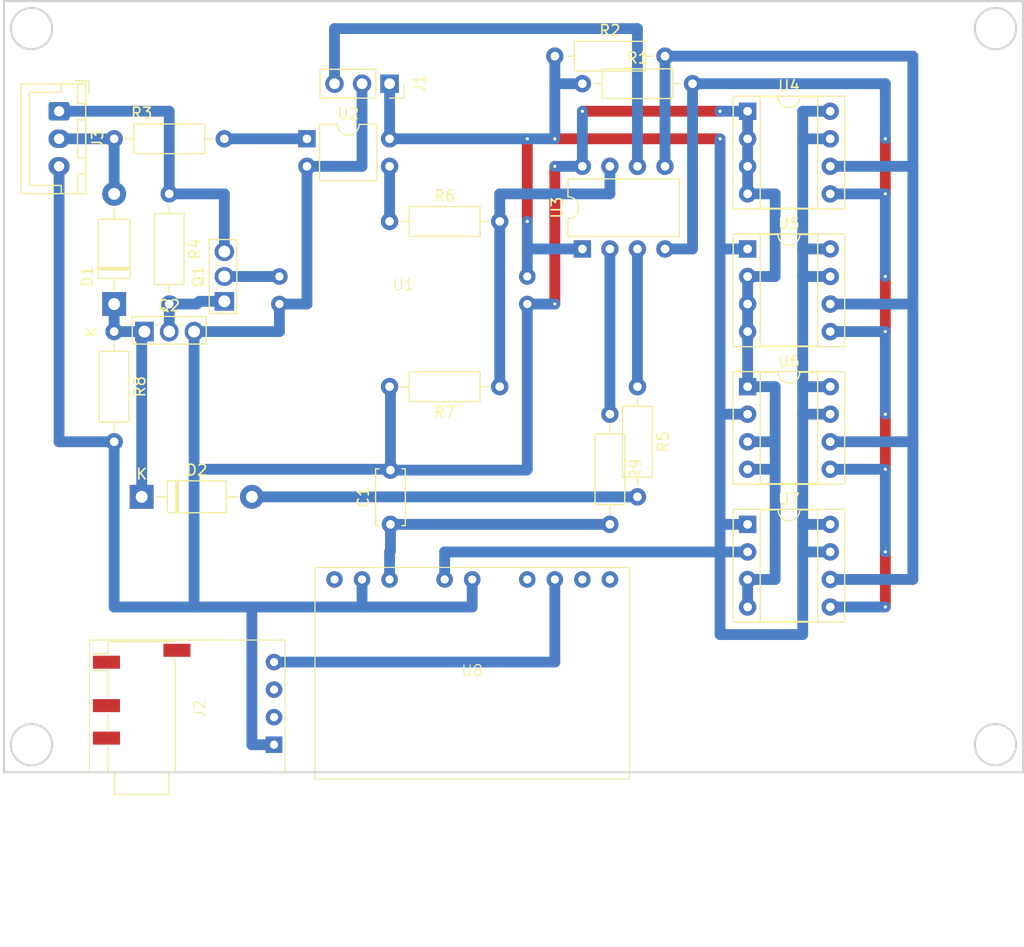
<source format=kicad_pcb>
(kicad_pcb (version 20240108) (generator "pcbnew") (generator_version "8.0")
  (layers (0 "F.Cu" signal) (31 "B.Cu" signal) (34 "B.Paste" user) (35 "F.Paste" user) (36 "B.SilkS" user "B.Silkscreen") (37 "F.SilkS" user "F.Silkscreen") (38 "B.Mask" user) (39 "F.Mask" user) (44 "Edge.Cuts" user))
  (net 0 "")
  (net 1 "Net-(U8-IN_L)")
  (net 2 "GND")
  (net 3 "Net-(D1-K)")
  (net 4 "+12V(ACC)")
  (net 5 "Net-(D2-A)")
  (net 6 "UPDI")
  (net 7 "Net-(U8-L_OUT+)")
  (net 9 "Net-(Q1-G)")
  (net 10 "+12V")
  (net 11 "+12V(B+)")
  (net 12 "SDA")
  (net 13 "+5V")
  (net 14 "SCL")
  (net 15 "Net-(R3-Pad2)")
  (net 16 "PWR_SW")
  (net 17 "ACC_SENSE")
  (net 18 "Net-(R6-Pad1)")
  (net 19 "WAVE")
  (footprint "Resistor_THT:R_Axial_DIN0207_L6.3mm_D2.5mm_P10.16mm_Horizontal" (layer "F.Cu") (at 78.74 33.02)
    (property "Reference" "R1" (at 5.08 -2.37 0) (layer "F.SilkS"))
    (property "Value" "4.7k")
    (fp_line (start 1.04 0) (end 1.81 0) (stroke (width 0.12)) (layer "F.SilkS"))
    (fp_line (start 1.81 -1.37) (end 1.81 1.37) (stroke (width 0.12)) (layer "F.SilkS"))
    (fp_line (start 1.81 1.37) (end 8.35 1.37) (stroke (width 0.12)) (layer "F.SilkS"))
    (fp_line (start 8.35 -1.37) (end 1.81 -1.37) (stroke (width 0.12)) (layer "F.SilkS"))
    (fp_line (start 8.35 1.37) (end 8.35 -1.37) (stroke (width 0.12)) (layer "F.SilkS"))
    (fp_line (start 9.12 0) (end 8.35 0) (stroke (width 0.12)) (layer "F.SilkS"))
    (pad "1" thru_hole circle (at 0 0) (size 1.6 1.6) (drill 0.8) (layers "*.Cu" "*.Mask") (net 13 "+5V"))
    (pad "2" thru_hole oval (at 10.16 0) (size 1.6 1.6) (drill 0.8) (layers "*.Cu" "*.Mask") (net 12 "SDA"))
  )
  (footprint "Connector_PinSocket_2.54mm:PinSocket_1x03_P2.54mm_Vertical" (layer "F.Cu") (at 60.96 33.02 -90)
    (property "Reference" "J1" (at 0 -2.77 90) (layer "F.SilkS"))
    (property "Value" "Conn_01x03_Socket")
    (fp_line (start -1.33 6.41) (end 1.33 6.41) (stroke (width 0.12)) (layer "F.SilkS"))
    (fp_line (start -1.33 1.27) (end -1.33 6.41) (stroke (width 0.12)) (layer "F.SilkS"))
    (fp_line (start -1.33 1.27) (end 1.33 1.27) (stroke (width 0.12)) (layer "F.SilkS"))
    (fp_line (start 1.33 1.27) (end 1.33 6.41) (stroke (width 0.12)) (layer "F.SilkS"))
    (fp_line (start 0 -1.33) (end 1.33 -1.33) (stroke (width 0.12)) (layer "F.SilkS"))
    (fp_line (start 1.33 -1.33) (end 1.33 0) (stroke (width 0.12)) (layer "F.SilkS"))
    (pad "1" thru_hole rect (at 0 0 270) (size 1.7 1.7) (drill 1) (layers "*.Cu" "*.Mask") (net 13 "+5V"))
    (pad "2" thru_hole oval (at 0 2.54 270) (size 1.7 1.7) (drill 1) (layers "*.Cu" "*.Mask") (net 2 "GND"))
    (pad "3" thru_hole oval (at 0 5.08 270) (size 1.7 1.7) (drill 1) (layers "*.Cu" "*.Mask") (net 6 "UPDI"))
  )
  (footprint "Package_DIP:DIP-4_W7.62mm" (layer "F.Cu") (at 53.34 38.1)
    (property "Reference" "U2" (at 3.81 -2.33 0) (layer "F.SilkS"))
    (property "Value" "TLP785")
    (fp_line (start 1.16 -1.33) (end 1.16 3.87) (stroke (width 0.12)) (layer "F.SilkS"))
    (fp_line (start 1.16 3.87) (end 6.46 3.87) (stroke (width 0.12)) (layer "F.SilkS"))
    (fp_line (start 2.81 -1.33) (end 1.16 -1.33) (stroke (width 0.12)) (layer "F.SilkS"))
    (fp_line (start 6.46 -1.33) (end 4.81 -1.33) (stroke (width 0.12)) (layer "F.SilkS"))
    (fp_line (start 6.46 3.87) (end 6.46 -1.33) (stroke (width 0.12)) (layer "F.SilkS"))
    (fp_arc (start 4.81 -1.33) (mid 3.81 -0.33) (end 2.81 -1.33) (stroke (width 0.12)) (layer "F.SilkS"))
    (pad "1" thru_hole rect (at 0 0) (size 1.6 1.6) (drill 0.8) (layers "*.Cu" "*.Mask") (net 15 "Net-(R3-Pad2)"))
    (pad "2" thru_hole oval (at 0 2.54) (size 1.6 1.6) (drill 0.8) (layers "*.Cu" "*.Mask") (net 2 "GND"))
    (pad "3" thru_hole oval (at 7.62 2.54) (size 1.6 1.6) (drill 0.8) (layers "*.Cu" "*.Mask") (net 18 "Net-(R6-Pad1)"))
    (pad "4" thru_hole oval (at 7.62 0) (size 1.6 1.6) (drill 0.8) (layers "*.Cu" "*.Mask") (net 13 "+5V"))
  )
  (footprint "Resistor_THT:R_Axial_DIN0207_L6.3mm_D2.5mm_P10.16mm_Horizontal" (layer "F.Cu") (at 71.12 60.96 180)
    (property "Reference" "R7" (at 5.08 -2.37 0) (layer "F.SilkS"))
    (property "Value" "10k")
    (fp_line (start 9.12 0) (end 8.35 0) (stroke (width 0.12)) (layer "F.SilkS"))
    (fp_line (start 8.35 1.37) (end 8.35 -1.37) (stroke (width 0.12)) (layer "F.SilkS"))
    (fp_line (start 8.35 -1.37) (end 1.81 -1.37) (stroke (width 0.12)) (layer "F.SilkS"))
    (fp_line (start 1.81 1.37) (end 8.35 1.37) (stroke (width 0.12)) (layer "F.SilkS"))
    (fp_line (start 1.81 -1.37) (end 1.81 1.37) (stroke (width 0.12)) (layer "F.SilkS"))
    (fp_line (start 1.04 0) (end 1.81 0) (stroke (width 0.12)) (layer "F.SilkS"))
    (pad "1" thru_hole circle (at 0 0 180) (size 1.6 1.6) (drill 0.8) (layers "*.Cu" "*.Mask") (net 17 "ACC_SENSE"))
    (pad "2" thru_hole oval (at 10.16 0 180) (size 1.6 1.6) (drill 0.8) (layers "*.Cu" "*.Mask") (net 2 "GND"))
  )
  (footprint "DMCLIB:TRRS_Breakout" (layer "F.Cu") (at 38.364 90.678 90)
    (property "Reference" "J2" (at 0 5.08 90) (layer "F.SilkS") (effects (font (thickness 0.1))))
    (property "Value" "AudioJack4")
    (fp_line (start 6.35 -5.08) (end 6.35 12.954) (stroke (width 0.1)) (layer "F.SilkS"))
    (fp_line (start -5.842 -5.08) (end 6.35 -5.08) (stroke (width 0.1)) (layer "F.SilkS"))
    (fp_line (start 5.08 -3.364) (end 5.08 -4.764) (stroke (width 0.12)) (layer "F.SilkS"))
    (fp_line (start 5.08 -3.364) (end 6.205 -3.364) (stroke (width 0.12)) (layer "F.SilkS"))
    (fp_line (start 3.53 -3.364) (end 3.53 -4.764) (stroke (width 0.12)) (layer "F.SilkS"))
    (fp_line (start 1.13 -3.364) (end 3.53 -3.364) (stroke (width 0.12)) (layer "F.SilkS"))
    (fp_line (start -1.87 -3.364) (end -0.52 -3.364) (stroke (width 0.12)) (layer "F.SilkS"))
    (fp_line (start -5.895 -3.364) (end -3.52 -3.364) (stroke (width 0.12)) (layer "F.SilkS"))
    (fp_line (start -5.895 -3.364) (end -5.895 -2.764) (stroke (width 0.12)) (layer "F.SilkS"))
    (fp_line (start -5.895 -2.764) (end -7.895 -2.764) (stroke (width 0.12)) (layer "F.SilkS"))
    (fp_line (start -7.895 -2.764) (end -7.895 2.236) (stroke (width 0.12)) (layer "F.SilkS"))
    (fp_line (start -5.895 2.236) (end -7.895 2.236) (stroke (width 0.12)) (layer "F.SilkS"))
    (fp_line (start -5.895 2.236) (end -5.895 2.836) (stroke (width 0.12)) (layer "F.SilkS"))
    (fp_line (start 6.205 2.836) (end 6.205 -3.364) (stroke (width 0.12)) (layer "F.SilkS"))
    (fp_line (start 4.63 2.836) (end -5.895 2.836) (stroke (width 0.12)) (layer "F.SilkS"))
    (fp_line (start 6.35 12.954) (end -5.842 12.954) (stroke (width 0.1)) (layer "F.SilkS"))
    (fp_line (start -5.842 12.954) (end -5.842 -5.08) (stroke (width 0.1)) (layer "F.SilkS"))
    (pad "" np_thru_hole circle (at -4.295 -0.264 90) (size 1.5 1.5) (drill 1.5) (layers "*.Cu" "*.Mask"))
    (pad "" smd rect (at -2.695 -3.514 90) (size 1.2 2.5) (layers "F.Cu" "F.Paste" "F.Mask"))
    (pad "" smd rect (at 0.305 -3.514 90) (size 1.2 2.5) (layers "F.Cu" "F.Paste" "F.Mask"))
    (pad "" np_thru_hole circle (at 2.705 -0.264 90) (size 1.5 1.5) (drill 1.5) (layers "*.Cu" "*.Mask"))
    (pad "" smd rect (at 4.305 -3.514 90) (size 1.2 2.5) (layers "F.Cu" "F.Paste" "F.Mask"))
    (pad "" smd rect (at 5.405 2.986 90) (size 1.2 2.5) (layers "F.Cu" "F.Paste" "F.Mask"))
    (pad "R1" thru_hole circle (at 1.778 11.938 90) (size 1.524 1.524) (drill 0.762) (layers "*.Cu" "*.Mask"))
    (pad "R2" thru_hole circle (at -0.762 11.938 90) (size 1.524 1.524) (drill 0.762) (layers "*.Cu" "*.Mask"))
    (pad "S" thru_hole rect (at -3.302 11.938 90) (size 1.524 1.524) (drill 0.762) (layers "*.Cu" "*.Mask") (net 2 "GND"))
    (pad "T" thru_hole circle (at 4.318 11.938 90) (size 1.524 1.524) (drill 0.762) (layers "*.Cu" "*.Mask") (net 7 "Net-(U8-L_OUT+)"))
  )
  (footprint "Capacitor_THT:C_Disc_D5.0mm_W2.5mm_P5.00mm" (layer "F.Cu") (at 61.04 73.66 90)
    (property "Reference" "C1" (at 2.5 -2.5 90) (layer "F.SilkS"))
    (property "Value" "0.33u")
    (fp_line (start 5.12 -1.37) (end 5.12 -1.055) (stroke (width 0.12)) (layer "F.SilkS"))
    (fp_line (start -0.12 -1.37) (end 5.12 -1.37) (stroke (width 0.12)) (layer "F.SilkS"))
    (fp_line (start -0.12 -1.37) (end -0.12 -1.055) (stroke (width 0.12)) (layer "F.SilkS"))
    (fp_line (start 5.12 1.055) (end 5.12 1.37) (stroke (width 0.12)) (layer "F.SilkS"))
    (fp_line (start -0.12 1.055) (end -0.12 1.37) (stroke (width 0.12)) (layer "F.SilkS"))
    (fp_line (start -0.12 1.37) (end 5.12 1.37) (stroke (width 0.12)) (layer "F.SilkS"))
    (pad "1" thru_hole circle (at 0 0 90) (size 1.6 1.6) (drill 0.8) (layers "*.Cu" "*.Mask") (net 1 "Net-(U8-IN_L)"))
    (pad "2" thru_hole circle (at 5 0 90) (size 1.6 1.6) (drill 0.8) (layers "*.Cu" "*.Mask") (net 2 "GND"))
  )
  (footprint "Package_DIP:DIP-8_W7.62mm_Socket" (layer "F.Cu") (at 93.98 73.66)
    (property "Reference" "U7" (at 3.81 -2.33 0) (layer "F.SilkS"))
    (property "Value" "24LC512")
    (fp_line (start -1.33 -1.39) (end -1.33 9.01) (stroke (width 0.12)) (layer "F.SilkS"))
    (fp_line (start -1.33 9.01) (end 8.95 9.01) (stroke (width 0.12)) (layer "F.SilkS"))
    (fp_line (start 1.16 -1.33) (end 1.16 8.95) (stroke (width 0.12)) (layer "F.SilkS"))
    (fp_line (start 1.16 8.95) (end 6.46 8.95) (stroke (width 0.12)) (layer "F.SilkS"))
    (fp_line (start 2.81 -1.33) (end 1.16 -1.33) (stroke (width 0.12)) (layer "F.SilkS"))
    (fp_line (start 6.46 -1.33) (end 4.81 -1.33) (stroke (width 0.12)) (layer "F.SilkS"))
    (fp_line (start 6.46 8.95) (end 6.46 -1.33) (stroke (width 0.12)) (layer "F.SilkS"))
    (fp_line (start 8.95 -1.39) (end -1.33 -1.39) (stroke (width 0.12)) (layer "F.SilkS"))
    (fp_line (start 8.95 9.01) (end 8.95 -1.39) (stroke (width 0.12)) (layer "F.SilkS"))
    (fp_arc (start 4.81 -1.33) (mid 3.81 -0.33) (end 2.81 -1.33) (stroke (width 0.12)) (layer "F.SilkS"))
    (pad "1" thru_hole rect (at 0 0) (size 1.6 1.6) (drill 0.8) (layers "*.Cu" "*.Mask") (net 13 "+5V"))
    (pad "2" thru_hole oval (at 0 2.54) (size 1.6 1.6) (drill 0.8) (layers "*.Cu" "*.Mask") (net 13 "+5V"))
    (pad "3" thru_hole oval (at 0 5.08) (size 1.6 1.6) (drill 0.8) (layers "*.Cu" "*.Mask") (net 2 "GND"))
    (pad "4" thru_hole oval (at 0 7.62) (size 1.6 1.6) (drill 0.8) (layers "*.Cu" "*.Mask") (net 2 "GND"))
    (pad "5" thru_hole oval (at 7.62 7.62) (size 1.6 1.6) (drill 0.8) (layers "*.Cu" "*.Mask") (net 12 "SDA"))
    (pad "6" thru_hole oval (at 7.62 5.08) (size 1.6 1.6) (drill 0.8) (layers "*.Cu" "*.Mask") (net 14 "SCL"))
    (pad "7" thru_hole oval (at 7.62 2.54) (size 1.6 1.6) (drill 0.8) (layers "*.Cu" "*.Mask") (net 13 "+5V"))
    (pad "8" thru_hole oval (at 7.62 0) (size 1.6 1.6) (drill 0.8) (layers "*.Cu" "*.Mask") (net 13 "+5V"))
  )
  (footprint "DMCLIB:AMP_PAM8403_Volume" (layer "F.Cu") (at 68.58 87.63)
    (property "Reference" "U8" (at 0 -0.5 0) (layer "F.SilkS") (effects (font (thickness 0.1))))
    (property "Value" "AMP_PAM8403_Volume")
    (fp_line (start -14.5 -10) (end 14.5 -10) (stroke (width 0.1)) (layer "F.SilkS"))
    (fp_line (start -14.5 9.5) (end -14.5 -10) (stroke (width 0.1)) (layer "F.SilkS"))
    (fp_line (start 14.5 -10) (end 14.5 9.5) (stroke (width 0.1)) (layer "F.SilkS"))
    (fp_line (start 14.5 9.5) (end -14.5 9.5) (stroke (width 0.1)) (layer "F.SilkS"))
    (pad "1" thru_hole circle (at -12.7 -8.89) (size 1.524 1.524) (drill 0.762) (layers "*.Cu" "*.Mask"))
    (pad "2" thru_hole circle (at -10.16 -8.89) (size 1.524 1.524) (drill 0.762) (layers "*.Cu" "*.Mask") (net 2 "GND"))
    (pad "3" thru_hole circle (at -7.62 -8.89) (size 1.524 1.524) (drill 0.762) (layers "*.Cu" "*.Mask") (net 1 "Net-(U8-IN_L)"))
    (pad "4" thru_hole circle (at -2.54 -8.89) (size 1.524 1.524) (drill 0.762) (layers "*.Cu" "*.Mask") (net 13 "+5V"))
    (pad "5" thru_hole circle (at 0 -8.89) (size 1.524 1.524) (drill 0.762) (layers "*.Cu" "*.Mask") (net 2 "GND"))
    (pad "6" thru_hole circle (at 5.08 -8.89) (size 1.524 1.524) (drill 0.762) (layers "*.Cu" "*.Mask"))
    (pad "7" thru_hole circle (at 7.62 -8.89) (size 1.524 1.524) (drill 0.762) (layers "*.Cu" "*.Mask") (net 7 "Net-(U8-L_OUT+)"))
    (pad "8" thru_hole circle (at 10.16 -8.89) (size 1.524 1.524) (drill 0.762) (layers "*.Cu" "*.Mask"))
    (pad "9" thru_hole circle (at 12.7 -8.89) (size 1.524 1.524) (drill 0.762) (layers "*.Cu" "*.Mask"))
  )
  (footprint "Diode_THT:D_DO-41_SOD81_P10.16mm_Horizontal" (layer "F.Cu") (at 38.1 71.12)
    (property "Reference" "D2" (at 5.08 -2.47 0) (layer "F.SilkS"))
    (property "Value" "1N4001")
    (fp_line (start 1.34 0) (end 2.36 0) (stroke (width 0.12)) (layer "F.SilkS"))
    (fp_line (start 2.36 -1.47) (end 2.36 1.47) (stroke (width 0.12)) (layer "F.SilkS"))
    (fp_line (start 2.36 1.47) (end 7.8 1.47) (stroke (width 0.12)) (layer "F.SilkS"))
    (fp_line (start 3.14 -1.47) (end 3.14 1.47) (stroke (width 0.12)) (layer "F.SilkS"))
    (fp_line (start 3.26 -1.47) (end 3.26 1.47) (stroke (width 0.12)) (layer "F.SilkS"))
    (fp_line (start 3.38 -1.47) (end 3.38 1.47) (stroke (width 0.12)) (layer "F.SilkS"))
    (fp_line (start 7.8 -1.47) (end 2.36 -1.47) (stroke (width 0.12)) (layer "F.SilkS"))
    (fp_line (start 7.8 1.47) (end 7.8 -1.47) (stroke (width 0.12)) (layer "F.SilkS"))
    (fp_line (start 8.82 0) (end 7.8 0) (stroke (width 0.12)) (layer "F.SilkS"))
    (fp_text user "K" (at 0 -2.1 0) (layer "F.SilkS"))
    (pad "1" thru_hole rect (at 0 0) (size 2.2 2.2) (drill 1.1) (layers "*.Cu" "*.Mask") (net 3 "Net-(D1-K)"))
    (pad "2" thru_hole oval (at 10.16 0) (size 2.2 2.2) (drill 1.1) (layers "*.Cu" "*.Mask") (net 5 "Net-(D2-A)"))
  )
  (footprint "Package_DIP:DIP-8_W7.62mm_Socket" (layer "F.Cu") (at 93.98 35.56)
    (property "Reference" "U4" (at 3.81 -2.33 0) (layer "F.SilkS"))
    (property "Value" "24LC512")
    (fp_line (start -1.33 -1.39) (end -1.33 9.01) (stroke (width 0.12)) (layer "F.SilkS"))
    (fp_line (start -1.33 9.01) (end 8.95 9.01) (stroke (width 0.12)) (layer "F.SilkS"))
    (fp_line (start 1.16 -1.33) (end 1.16 8.95) (stroke (width 0.12)) (layer "F.SilkS"))
    (fp_line (start 1.16 8.95) (end 6.46 8.95) (stroke (width 0.12)) (layer "F.SilkS"))
    (fp_line (start 2.81 -1.33) (end 1.16 -1.33) (stroke (width 0.12)) (layer "F.SilkS"))
    (fp_line (start 6.46 -1.33) (end 4.81 -1.33) (stroke (width 0.12)) (layer "F.SilkS"))
    (fp_line (start 6.46 8.95) (end 6.46 -1.33) (stroke (width 0.12)) (layer "F.SilkS"))
    (fp_line (start 8.95 -1.39) (end -1.33 -1.39) (stroke (width 0.12)) (layer "F.SilkS"))
    (fp_line (start 8.95 9.01) (end 8.95 -1.39) (stroke (width 0.12)) (layer "F.SilkS"))
    (fp_arc (start 4.81 -1.33) (mid 3.81 -0.33) (end 2.81 -1.33) (stroke (width 0.12)) (layer "F.SilkS"))
    (pad "1" thru_hole rect (at 0 0) (size 1.6 1.6) (drill 0.8) (layers "*.Cu" "*.Mask") (net 2 "GND"))
    (pad "2" thru_hole oval (at 0 2.54) (size 1.6 1.6) (drill 0.8) (layers "*.Cu" "*.Mask") (net 2 "GND"))
    (pad "3" thru_hole oval (at 0 5.08) (size 1.6 1.6) (drill 0.8) (layers "*.Cu" "*.Mask") (net 2 "GND"))
    (pad "4" thru_hole oval (at 0 7.62) (size 1.6 1.6) (drill 0.8) (layers "*.Cu" "*.Mask") (net 2 "GND"))
    (pad "5" thru_hole oval (at 7.62 7.62) (size 1.6 1.6) (drill 0.8) (layers "*.Cu" "*.Mask") (net 12 "SDA"))
    (pad "6" thru_hole oval (at 7.62 5.08) (size 1.6 1.6) (drill 0.8) (layers "*.Cu" "*.Mask") (net 14 "SCL"))
    (pad "7" thru_hole oval (at 7.62 2.54) (size 1.6 1.6) (drill 0.8) (layers "*.Cu" "*.Mask") (net 13 "+5V"))
    (pad "8" thru_hole oval (at 7.62 0) (size 1.6 1.6) (drill 0.8) (layers "*.Cu" "*.Mask") (net 13 "+5V"))
  )
  (footprint "Package_DIP:DIP-8_W7.62mm_Socket" (layer "F.Cu") (at 93.98 60.96)
    (property "Reference" "U6" (at 3.81 -2.33 0) (layer "F.SilkS"))
    (property "Value" "24LC512")
    (fp_line (start -1.33 -1.39) (end -1.33 9.01) (stroke (width 0.12)) (layer "F.SilkS"))
    (fp_line (start -1.33 9.01) (end 8.95 9.01) (stroke (width 0.12)) (layer "F.SilkS"))
    (fp_line (start 1.16 -1.33) (end 1.16 8.95) (stroke (width 0.12)) (layer "F.SilkS"))
    (fp_line (start 1.16 8.95) (end 6.46 8.95) (stroke (width 0.12)) (layer "F.SilkS"))
    (fp_line (start 2.81 -1.33) (end 1.16 -1.33) (stroke (width 0.12)) (layer "F.SilkS"))
    (fp_line (start 6.46 -1.33) (end 4.81 -1.33) (stroke (width 0.12)) (layer "F.SilkS"))
    (fp_line (start 6.46 8.95) (end 6.46 -1.33) (stroke (width 0.12)) (layer "F.SilkS"))
    (fp_line (start 8.95 -1.39) (end -1.33 -1.39) (stroke (width 0.12)) (layer "F.SilkS"))
    (fp_line (start 8.95 9.01) (end 8.95 -1.39) (stroke (width 0.12)) (layer "F.SilkS"))
    (fp_arc (start 4.81 -1.33) (mid 3.81 -0.33) (end 2.81 -1.33) (stroke (width 0.12)) (layer "F.SilkS"))
    (pad "1" thru_hole rect (at 0 0) (size 1.6 1.6) (drill 0.8) (layers "*.Cu" "*.Mask") (net 2 "GND"))
    (pad "2" thru_hole oval (at 0 2.54) (size 1.6 1.6) (drill 0.8) (layers "*.Cu" "*.Mask") (net 13 "+5V"))
    (pad "3" thru_hole oval (at 0 5.08) (size 1.6 1.6) (drill 0.8) (layers "*.Cu" "*.Mask") (net 2 "GND"))
    (pad "4" thru_hole oval (at 0 7.62) (size 1.6 1.6) (drill 0.8) (layers "*.Cu" "*.Mask") (net 2 "GND"))
    (pad "5" thru_hole oval (at 7.62 7.62) (size 1.6 1.6) (drill 0.8) (layers "*.Cu" "*.Mask") (net 12 "SDA"))
    (pad "6" thru_hole oval (at 7.62 5.08) (size 1.6 1.6) (drill 0.8) (layers "*.Cu" "*.Mask") (net 14 "SCL"))
    (pad "7" thru_hole oval (at 7.62 2.54) (size 1.6 1.6) (drill 0.8) (layers "*.Cu" "*.Mask") (net 13 "+5V"))
    (pad "8" thru_hole oval (at 7.62 0) (size 1.6 1.6) (drill 0.8) (layers "*.Cu" "*.Mask") (net 13 "+5V"))
  )
  (footprint "Resistor_THT:R_Axial_DIN0207_L6.3mm_D2.5mm_P10.16mm_Horizontal" (layer "F.Cu") (at 83.82 60.96 -90)
    (property "Reference" "R5" (at 5.08 -2.37 90) (layer "F.SilkS"))
    (property "Value" "1k")
    (fp_line (start 1.81 1.37) (end 8.35 1.37) (stroke (width 0.12)) (layer "F.SilkS"))
    (fp_line (start 8.35 1.37) (end 8.35 -1.37) (stroke (width 0.12)) (layer "F.SilkS"))
    (fp_line (start 1.04 0) (end 1.81 0) (stroke (width 0.12)) (layer "F.SilkS"))
    (fp_line (start 9.12 0) (end 8.35 0) (stroke (width 0.12)) (layer "F.SilkS"))
    (fp_line (start 1.81 -1.37) (end 1.81 1.37) (stroke (width 0.12)) (layer "F.SilkS"))
    (fp_line (start 8.35 -1.37) (end 1.81 -1.37) (stroke (width 0.12)) (layer "F.SilkS"))
    (pad "1" thru_hole circle (at 0 0 270) (size 1.6 1.6) (drill 0.8) (layers "*.Cu" "*.Mask") (net 16 "PWR_SW"))
    (pad "2" thru_hole oval (at 10.16 0 270) (size 1.6 1.6) (drill 0.8) (layers "*.Cu" "*.Mask") (net 5 "Net-(D2-A)"))
  )
  (footprint "Package_DIP:DIP-8_W7.62mm_Socket" (layer "F.Cu") (at 93.98 48.26)
    (property "Reference" "U5" (at 3.81 -2.33 0) (layer "F.SilkS"))
    (property "Value" "24LC512")
    (fp_line (start -1.33 -1.39) (end -1.33 9.01) (stroke (width 0.12)) (layer "F.SilkS"))
    (fp_line (start -1.33 9.01) (end 8.95 9.01) (stroke (width 0.12)) (layer "F.SilkS"))
    (fp_line (start 1.16 -1.33) (end 1.16 8.95) (stroke (width 0.12)) (layer "F.SilkS"))
    (fp_line (start 1.16 8.95) (end 6.46 8.95) (stroke (width 0.12)) (layer "F.SilkS"))
    (fp_line (start 2.81 -1.33) (end 1.16 -1.33) (stroke (width 0.12)) (layer "F.SilkS"))
    (fp_line (start 6.46 -1.33) (end 4.81 -1.33) (stroke (width 0.12)) (layer "F.SilkS"))
    (fp_line (start 6.46 8.95) (end 6.46 -1.33) (stroke (width 0.12)) (layer "F.SilkS"))
    (fp_line (start 8.95 -1.39) (end -1.33 -1.39) (stroke (width 0.12)) (layer "F.SilkS"))
    (fp_line (start 8.95 9.01) (end 8.95 -1.39) (stroke (width 0.12)) (layer "F.SilkS"))
    (fp_arc (start 4.81 -1.33) (mid 3.81 -0.33) (end 2.81 -1.33) (stroke (width 0.12)) (layer "F.SilkS"))
    (pad "1" thru_hole rect (at 0 0) (size 1.6 1.6) (drill 0.8) (layers "*.Cu" "*.Mask") (net 13 "+5V"))
    (pad "2" thru_hole oval (at 0 2.54) (size 1.6 1.6) (drill 0.8) (layers "*.Cu" "*.Mask") (net 2 "GND"))
    (pad "3" thru_hole oval (at 0 5.08) (size 1.6 1.6) (drill 0.8) (layers "*.Cu" "*.Mask") (net 2 "GND"))
    (pad "4" thru_hole oval (at 0 7.62) (size 1.6 1.6) (drill 0.8) (layers "*.Cu" "*.Mask") (net 2 "GND"))
    (pad "5" thru_hole oval (at 7.62 7.62) (size 1.6 1.6) (drill 0.8) (layers "*.Cu" "*.Mask") (net 12 "SDA"))
    (pad "6" thru_hole oval (at 7.62 5.08) (size 1.6 1.6) (drill 0.8) (layers "*.Cu" "*.Mask") (net 14 "SCL"))
    (pad "7" thru_hole oval (at 7.62 2.54) (size 1.6 1.6) (drill 0.8) (layers "*.Cu" "*.Mask") (net 13 "+5V"))
    (pad "8" thru_hole oval (at 7.62 0) (size 1.6 1.6) (drill 0.8) (layers "*.Cu" "*.Mask") (net 13 "+5V"))
  )
  (footprint "Resistor_THT:R_Axial_DIN0207_L6.3mm_D2.5mm_P10.16mm_Horizontal" (layer "F.Cu") (at 60.96 45.72)
    (property "Reference" "R6" (at 5.08 -2.37 0) (layer "F.SilkS"))
    (property "Value" "1k")
    (fp_line (start 1.04 0) (end 1.81 0) (stroke (width 0.12)) (layer "F.SilkS"))
    (fp_line (start 1.81 -1.37) (end 1.81 1.37) (stroke (width 0.12)) (layer "F.SilkS"))
    (fp_line (start 1.81 1.37) (end 8.35 1.37) (stroke (width 0.12)) (layer "F.SilkS"))
    (fp_line (start 8.35 -1.37) (end 1.81 -1.37) (stroke (width 0.12)) (layer "F.SilkS"))
    (fp_line (start 8.35 1.37) (end 8.35 -1.37) (stroke (width 0.12)) (layer "F.SilkS"))
    (fp_line (start 9.12 0) (end 8.35 0) (stroke (width 0.12)) (layer "F.SilkS"))
    (pad "1" thru_hole circle (at 0 0) (size 1.6 1.6) (drill 0.8) (layers "*.Cu" "*.Mask") (net 18 "Net-(R6-Pad1)"))
    (pad "2" thru_hole oval (at 10.16 0) (size 1.6 1.6) (drill 0.8) (layers "*.Cu" "*.Mask") (net 17 "ACC_SENSE"))
  )
  (footprint "Package_DIP:DIP-8_W7.62mm" (layer "F.Cu") (at 78.74 48.26 90)
    (property "Reference" "U3" (at 3.81 -2.33 90) (layer "F.SilkS"))
    (property "Value" "ATtiny202-SS")
    (fp_line (start 6.46 -1.33) (end 4.81 -1.33) (stroke (width 0.12)) (layer "F.SilkS"))
    (fp_line (start 2.81 -1.33) (end 1.16 -1.33) (stroke (width 0.12)) (layer "F.SilkS"))
    (fp_line (start 1.16 -1.33) (end 1.16 8.95) (stroke (width 0.12)) (layer "F.SilkS"))
    (fp_line (start 6.46 8.95) (end 6.46 -1.33) (stroke (width 0.12)) (layer "F.SilkS"))
    (fp_line (start 1.16 8.95) (end 6.46 8.95) (stroke (width 0.12)) (layer "F.SilkS"))
    (fp_arc (start 4.81 -1.33) (mid 3.81 -0.33) (end 2.81 -1.33) (stroke (width 0.12)) (layer "F.SilkS"))
    (pad "1" thru_hole rect (at 0 0 90) (size 1.6 1.6) (drill 0.8) (layers "*.Cu" "*.Mask") (net 13 "+5V"))
    (pad "2" thru_hole oval (at 0 2.54 90) (size 1.6 1.6) (drill 0.8) (layers "*.Cu" "*.Mask") (net 19 "WAVE"))
    (pad "3" thru_hole oval (at 0 5.08 90) (size 1.6 1.6) (drill 0.8) (layers "*.Cu" "*.Mask") (net 16 "PWR_SW"))
    (pad "4" thru_hole oval (at 0 7.62 90) (size 1.6 1.6) (drill 0.8) (layers "*.Cu" "*.Mask") (net 12 "SDA"))
    (pad "5" thru_hole oval (at 7.62 7.62 90) (size 1.6 1.6) (drill 0.8) (layers "*.Cu" "*.Mask") (net 14 "SCL"))
    (pad "6" thru_hole oval (at 7.62 5.08 90) (size 1.6 1.6) (drill 0.8) (layers "*.Cu" "*.Mask") (net 6 "UPDI"))
    (pad "7" thru_hole oval (at 7.62 2.54 90) (size 1.6 1.6) (drill 0.8) (layers "*.Cu" "*.Mask") (net 17 "ACC_SENSE"))
    (pad "8" thru_hole oval (at 7.62 0 90) (size 1.6 1.6) (drill 0.8) (layers "*.Cu" "*.Mask") (net 2 "GND"))
  )
  (footprint "Resistor_THT:R_Axial_DIN0207_L6.3mm_D2.5mm_P10.16mm_Horizontal" (layer "F.Cu") (at 35.56 55.88 -90)
    (property "Reference" "R8" (at 5.08 -2.37 90) (layer "F.SilkS"))
    (property "Value" "10k")
    (fp_line (start 1.81 1.37) (end 8.35 1.37) (stroke (width 0.12)) (layer "F.SilkS"))
    (fp_line (start 8.35 1.37) (end 8.35 -1.37) (stroke (width 0.12)) (layer "F.SilkS"))
    (fp_line (start 1.04 0) (end 1.81 0) (stroke (width 0.12)) (layer "F.SilkS"))
    (fp_line (start 9.12 0) (end 8.35 0) (stroke (width 0.12)) (layer "F.SilkS"))
    (fp_line (start 1.81 -1.37) (end 1.81 1.37) (stroke (width 0.12)) (layer "F.SilkS"))
    (fp_line (start 8.35 -1.37) (end 1.81 -1.37) (stroke (width 0.12)) (layer "F.SilkS"))
    (pad "1" thru_hole circle (at 0 0 270) (size 1.6 1.6) (drill 0.8) (layers "*.Cu" "*.Mask") (net 3 "Net-(D1-K)"))
    (pad "2" thru_hole oval (at 10.16 0 270) (size 1.6 1.6) (drill 0.8) (layers "*.Cu" "*.Mask") (net 2 "GND"))
  )
  (footprint "Resistor_THT:R_Axial_DIN0207_L6.3mm_D2.5mm_P10.16mm_Horizontal" (layer "F.Cu") (at 76.2 30.48)
    (property "Reference" "R2" (at 5.08 -2.37 0) (layer "F.SilkS"))
    (property "Value" "4.7k")
    (fp_line (start 1.04 0) (end 1.81 0) (stroke (width 0.12)) (layer "F.SilkS"))
    (fp_line (start 1.81 -1.37) (end 1.81 1.37) (stroke (width 0.12)) (layer "F.SilkS"))
    (fp_line (start 1.81 1.37) (end 8.35 1.37) (stroke (width 0.12)) (layer "F.SilkS"))
    (fp_line (start 8.35 -1.37) (end 1.81 -1.37) (stroke (width 0.12)) (layer "F.SilkS"))
    (fp_line (start 8.35 1.37) (end 8.35 -1.37) (stroke (width 0.12)) (layer "F.SilkS"))
    (fp_line (start 9.12 0) (end 8.35 0) (stroke (width 0.12)) (layer "F.SilkS"))
    (pad "1" thru_hole circle (at 0 0) (size 1.6 1.6) (drill 0.8) (layers "*.Cu" "*.Mask") (net 13 "+5V"))
    (pad "2" thru_hole oval (at 10.16 0) (size 1.6 1.6) (drill 0.8) (layers "*.Cu" "*.Mask") (net 14 "SCL"))
  )
  (footprint "Resistor_THT:R_Axial_DIN0207_L6.3mm_D2.5mm_P10.16mm_Horizontal" (layer "F.Cu") (at 40.64 43.18 -90)
    (property "Reference" "R4" (at 5.08 -2.37 90) (layer "F.SilkS"))
    (property "Value" "10k")
    (fp_line (start 1.81 1.37) (end 8.35 1.37) (stroke (width 0.12)) (layer "F.SilkS"))
    (fp_line (start 8.35 1.37) (end 8.35 -1.37) (stroke (width 0.12)) (layer "F.SilkS"))
    (fp_line (start 1.04 0) (end 1.81 0) (stroke (width 0.12)) (layer "F.SilkS"))
    (fp_line (start 9.12 0) (end 8.35 0) (stroke (width 0.12)) (layer "F.SilkS"))
    (fp_line (start 1.81 -1.37) (end 1.81 1.37) (stroke (width 0.12)) (layer "F.SilkS"))
    (fp_line (start 8.35 -1.37) (end 1.81 -1.37) (stroke (width 0.12)) (layer "F.SilkS"))
    (pad "1" thru_hole circle (at 0 0 270) (size 1.6 1.6) (drill 0.8) (layers "*.Cu" "*.Mask") (net 11 "+12V(B+)"))
    (pad "2" thru_hole oval (at 10.16 0 270) (size 1.6 1.6) (drill 0.8) (layers "*.Cu" "*.Mask") (net 9 "Net-(Q1-G)"))
  )
  (footprint "Diode_THT:D_DO-41_SOD81_P10.16mm_Horizontal" (layer "F.Cu") (at 35.56 53.34 90)
    (property "Reference" "D1" (at 2.54 -2.47 90) (layer "F.SilkS"))
    (property "Value" "1N4001")
    (fp_line (start 7.8 -1.47) (end 2.36 -1.47) (stroke (width 0.12)) (layer "F.SilkS"))
    (fp_line (start 3.38 -1.47) (end 3.38 1.47) (stroke (width 0.12)) (layer "F.SilkS"))
    (fp_line (start 3.26 -1.47) (end 3.26 1.47) (stroke (width 0.12)) (layer "F.SilkS"))
    (fp_line (start 3.14 -1.47) (end 3.14 1.47) (stroke (width 0.12)) (layer "F.SilkS"))
    (fp_line (start 2.36 -1.47) (end 2.36 1.47) (stroke (width 0.12)) (layer "F.SilkS"))
    (fp_line (start 8.82 0) (end 7.8 0) (stroke (width 0.12)) (layer "F.SilkS"))
    (fp_line (start 1.34 0) (end 2.36 0) (stroke (width 0.12)) (layer "F.SilkS"))
    (fp_line (start 7.8 1.47) (end 7.8 -1.47) (stroke (width 0.12)) (layer "F.SilkS"))
    (fp_line (start 2.36 1.47) (end 7.8 1.47) (stroke (width 0.12)) (layer "F.SilkS"))
    (fp_text user "K" (at -2.54 -2.1 90) (layer "F.SilkS"))
    (pad "1" thru_hole rect (at 0 0 90) (size 2.2 2.2) (drill 1.1) (layers "*.Cu" "*.Mask") (net 3 "Net-(D1-K)"))
    (pad "2" thru_hole oval (at 10.16 0 90) (size 2.2 2.2) (drill 1.1) (layers "*.Cu" "*.Mask") (net 4 "+12V(ACC)"))
  )
  (footprint "DMCLIB:AMS1117-5V" (layer "F.Cu") (at 60.96 50.8)
    (property "Reference" "U1" (at 1.27 0.77 0) (layer "F.SilkS") (effects (font (thickness 0.1))))
    (property "Value" "AMS1117-5V")
    (pad "1" thru_hole circle (at -10.16 0) (size 1.524 1.524) (drill 0.762) (layers "*.Cu" "*.Mask") (net 10 "+12V"))
    (pad "2" thru_hole circle (at -10.16 2.54) (size 1.524 1.524) (drill 0.762) (layers "*.Cu" "*.Mask") (net 2 "GND"))
    (pad "3" thru_hole circle (at 12.7 0) (size 1.524 1.524) (drill 0.762) (layers "*.Cu" "*.Mask") (net 13 "+5V"))
    (pad "4" thru_hole circle (at 12.7 2.54) (size 1.524 1.524) (drill 0.762) (layers "*.Cu" "*.Mask") (net 2 "GND"))
  )
  (footprint "Resistor_THT:R_Axial_DIN0207_L6.3mm_D2.5mm_P10.16mm_Horizontal" (layer "F.Cu") (at 81.28 63.5 -90)
    (property "Reference" "R9" (at 5.08 -2.37 90) (layer "F.SilkS"))
    (property "Value" "100")
    (fp_line (start 1.81 1.37) (end 8.35 1.37) (stroke (width 0.12)) (layer "F.SilkS"))
    (fp_line (start 8.35 1.37) (end 8.35 -1.37) (stroke (width 0.12)) (layer "F.SilkS"))
    (fp_line (start 1.04 0) (end 1.81 0) (stroke (width 0.12)) (layer "F.SilkS"))
    (fp_line (start 9.12 0) (end 8.35 0) (stroke (width 0.12)) (layer "F.SilkS"))
    (fp_line (start 1.81 -1.37) (end 1.81 1.37) (stroke (width 0.12)) (layer "F.SilkS"))
    (fp_line (start 8.35 -1.37) (end 1.81 -1.37) (stroke (width 0.12)) (layer "F.SilkS"))
    (pad "1" thru_hole circle (at 0 0 270) (size 1.6 1.6) (drill 0.8) (layers "*.Cu" "*.Mask") (net 19 "WAVE"))
    (pad "2" thru_hole oval (at 10.16 0 270) (size 1.6 1.6) (drill 0.8) (layers "*.Cu" "*.Mask") (net 1 "Net-(U8-IN_L)"))
  )
  (footprint "Resistor_THT:R_Axial_DIN0207_L6.3mm_D2.5mm_P10.16mm_Horizontal" (layer "F.Cu") (at 35.56 38.1)
    (property "Reference" "R3" (at 2.54 -2.37 0) (layer "F.SilkS"))
    (property "Value" "1k")
    (fp_line (start 1.04 0) (end 1.81 0) (stroke (width 0.12)) (layer "F.SilkS"))
    (fp_line (start 1.81 -1.37) (end 1.81 1.37) (stroke (width 0.12)) (layer "F.SilkS"))
    (fp_line (start 1.81 1.37) (end 8.35 1.37) (stroke (width 0.12)) (layer "F.SilkS"))
    (fp_line (start 8.35 -1.37) (end 1.81 -1.37) (stroke (width 0.12)) (layer "F.SilkS"))
    (fp_line (start 8.35 1.37) (end 8.35 -1.37) (stroke (width 0.12)) (layer "F.SilkS"))
    (fp_line (start 9.12 0) (end 8.35 0) (stroke (width 0.12)) (layer "F.SilkS"))
    (pad "1" thru_hole circle (at 0 0) (size 1.6 1.6) (drill 0.8) (layers "*.Cu" "*.Mask") (net 4 "+12V(ACC)"))
    (pad "2" thru_hole oval (at 10.16 0) (size 1.6 1.6) (drill 0.8) (layers "*.Cu" "*.Mask") (net 15 "Net-(R3-Pad2)"))
  )
  (footprint "DMCLIB:2SK4017_2-7J2B_Vertical_1" (layer "F.Cu") (at 38.35 55.88)
    (property "Reference" "Q2" (at 2.29 -2.39 0) (layer "F.SilkS"))
    (property "Value" "2SK4017")
    (fp_line (start -1.12 -1.39) (end -1.12 1.15) (stroke (width 0.12)) (layer "F.SilkS"))
    (fp_line (start -1.12 -1.39) (end 5.7 -1.39) (stroke (width 0.12)) (layer "F.SilkS"))
    (fp_line (start -1.12 -0.651) (end -1.009 -0.651) (stroke (width 0.12)) (layer "F.SilkS"))
    (fp_line (start -1.12 1.15) (end 5.7 1.15) (stroke (width 0.12)) (layer "F.SilkS"))
    (fp_line (start 1.009 -0.651) (end 1.282 -0.651) (stroke (width 0.12)) (layer "F.SilkS"))
    (fp_line (start 3.299 -0.651) (end 3.572 -0.651) (stroke (width 0.12)) (layer "F.SilkS"))
    (fp_line (start 5.589 -0.651) (end 5.7 -0.651) (stroke (width 0.12)) (layer "F.SilkS"))
    (fp_line (start 5.7 -1.39) (end 5.7 1.15) (stroke (width 0.12)) (layer "F.SilkS"))
    (pad "1" thru_hole rect (at 0 0) (size 1.7175 1.8) (drill 1.1) (layers "*.Cu" "*.Mask") (net 3 "Net-(D1-K)"))
    (pad "2" thru_hole oval (at 2.29 0) (size 1.7175 1.8) (drill 1.1) (layers "*.Cu" "*.Mask") (net 9 "Net-(Q1-G)"))
    (pad "3" thru_hole oval (at 4.58 0) (size 1.7175 1.8) (drill 1.1) (layers "*.Cu" "*.Mask") (net 2 "GND"))
  )
  (footprint "DMCLIB:2SJ681_2-7J2B_Vertical" (layer "F.Cu") (at 45.72 53.09 90)
    (property "Reference" "Q1" (at 2.29 -2.39 90) (layer "F.SilkS"))
    (property "Value" "2SJ681")
    (fp_line (start 5.7 -1.39) (end 5.7 1.15) (stroke (width 0.12)) (layer "F.SilkS"))
    (fp_line (start -1.12 -1.39) (end 5.7 -1.39) (stroke (width 0.12)) (layer "F.SilkS"))
    (fp_line (start -1.12 -1.39) (end -1.12 1.15) (stroke (width 0.12)) (layer "F.SilkS"))
    (fp_line (start 5.589 -0.651) (end 5.7 -0.651) (stroke (width 0.12)) (layer "F.SilkS"))
    (fp_line (start 3.299 -0.651) (end 3.572 -0.651) (stroke (width 0.12)) (layer "F.SilkS"))
    (fp_line (start 1.009 -0.651) (end 1.282 -0.651) (stroke (width 0.12)) (layer "F.SilkS"))
    (fp_line (start -1.12 -0.651) (end -1.009 -0.651) (stroke (width 0.12)) (layer "F.SilkS"))
    (fp_line (start -1.12 1.15) (end 5.7 1.15) (stroke (width 0.12)) (layer "F.SilkS"))
    (pad "1" thru_hole rect (at 0 0 90) (size 1.7175 1.8) (drill 1.1) (layers "*.Cu" "*.Mask") (net 9 "Net-(Q1-G)"))
    (pad "2" thru_hole oval (at 2.29 0 90) (size 1.7175 1.8) (drill 1.1) (layers "*.Cu" "*.Mask") (net 10 "+12V"))
    (pad "3" thru_hole oval (at 4.58 0 90) (size 1.7175 1.8) (drill 1.1) (layers "*.Cu" "*.Mask") (net 11 "+12V(B+)"))
  )
  (footprint "DMCLIB:JST_XH_B3B-XH-A_1x03_P2.54mm_Vertical" (layer "F.Cu") (at 30.48 38.1 -90)
    (property "Reference" "J3" (at 0 -3.55 90) (layer "F.SilkS"))
    (property "Value" "Conn_01x03_Pin")
    (fp_line (start -5.06 3.51) (end 5.06 3.51) (stroke (width 0.12)) (layer "F.SilkS"))
    (fp_line (start 5.06 3.51) (end 5.06 -2.46) (stroke (width 0.12)) (layer "F.SilkS"))
    (fp_line (start -4.3 2.75) (end 0 2.75) (stroke (width 0.12)) (layer "F.SilkS"))
    (fp_line (start 4.3 2.75) (end 0 2.75) (stroke (width 0.12)) (layer "F.SilkS"))
    (fp_line (start -5.05 -0.2) (end -4.3 -0.2) (stroke (width 0.12)) (layer "F.SilkS"))
    (fp_line (start -4.3 -0.2) (end -4.3 2.75) (stroke (width 0.12)) (layer "F.SilkS"))
    (fp_line (start 4.3 -0.2) (end 4.3 2.75) (stroke (width 0.12)) (layer "F.SilkS"))
    (fp_line (start 5.05 -0.2) (end 4.3 -0.2) (stroke (width 0.12)) (layer "F.SilkS"))
    (fp_line (start -5.05 -1.7) (end -3.25 -1.7) (stroke (width 0.12)) (layer "F.SilkS"))
    (fp_line (start -3.25 -1.7) (end -3.25 -2.45) (stroke (width 0.12)) (layer "F.SilkS"))
    (fp_line (start -1.75 -1.7) (end 1.75 -1.7) (stroke (width 0.12)) (layer "F.SilkS"))
    (fp_line (start 1.75 -1.7) (end 1.75 -2.45) (stroke (width 0.12)) (layer "F.SilkS"))
    (fp_line (start 3.25 -1.7) (end 5.05 -1.7) (stroke (width 0.12)) (layer "F.SilkS"))
    (fp_line (start 5.05 -1.7) (end 5.05 -2.45) (stroke (width 0.12)) (layer "F.SilkS"))
    (fp_line (start -5.05 -2.45) (end -5.05 -1.7) (stroke (width 0.12)) (layer "F.SilkS"))
    (fp_line (start -3.25 -2.45) (end -5.05 -2.45) (stroke (width 0.12)) (layer "F.SilkS"))
    (fp_line (start -1.75 -2.45) (end -1.75 -1.7) (stroke (width 0.12)) (layer "F.SilkS"))
    (fp_line (start 1.75 -2.45) (end -1.75 -2.45) (stroke (width 0.12)) (layer "F.SilkS"))
    (fp_line (start 3.25 -2.45) (end 3.25 -1.7) (stroke (width 0.12)) (layer "F.SilkS"))
    (fp_line (start 5.05 -2.45) (end 3.25 -2.45) (stroke (width 0.12)) (layer "F.SilkS"))
    (fp_line (start -5.06 -2.46) (end -5.06 3.51) (stroke (width 0.12)) (layer "F.SilkS"))
    (fp_line (start 5.06 -2.46) (end -5.06 -2.46) (stroke (width 0.12)) (layer "F.SilkS"))
    (fp_line (start -5.35 -2.75) (end -5.35 -1.5) (stroke (width 0.12)) (layer "F.SilkS"))
    (fp_line (start -4.1 -2.75) (end -5.35 -2.75) (stroke (width 0.12)) (layer "F.SilkS"))
    (pad "1" thru_hole roundrect (at -2.54 0 270) (size 1.7 1.95) (drill 0.95) (layers "*.Cu" "*.Mask") (roundrect_rratio 0.147059) (net 11 "+12V(B+)"))
    (pad "2" thru_hole oval (at 0 0 270) (size 1.7 1.95) (drill 0.95) (layers "*.Cu" "*.Mask") (net 4 "+12V(ACC)"))
    (pad "3" thru_hole oval (at 2.54 0 270) (size 1.7 1.95) (drill 0.95) (layers "*.Cu" "*.Mask") (net 2 "GND"))
  )
  (gr_circle (center 116.84 93.98) (end 118.745 93.98) (stroke (width 0.2)) (fill none) (layer "Edge.Cuts"))
  (gr_circle (center 116.84 27.94) (end 118.745 27.94) (stroke (width 0.2)) (fill none) (layer "Edge.Cuts"))
  (gr_circle (center 27.94 27.94) (end 29.845 27.94) (stroke (width 0.2)) (fill none) (layer "Edge.Cuts"))
  (gr_circle (center 27.94 93.98) (end 29.845 93.98) (stroke (width 0.2)) (fill none) (layer "Edge.Cuts"))
  (gr_rect (start 25.4 25.4) (end 119.38 96.52) (stroke (width 0.2)) (fill none) (layer "Edge.Cuts"))
  (segment (start 61.04 76.12) (end 61.04 73.66) (width 1) (layer "B.Cu") (net 1))
  (segment (start 81.28 73.66) (end 61.04 73.66) (width 1) (layer "B.Cu") (net 1))
  (segment (start 60.96 76.2) (end 61.04 76.12) (width 1) (layer "B.Cu") (net 1))
  (segment (start 60.96 78.74) (end 60.96 76.2) (width 1) (layer "B.Cu") (net 1))
  (segment (start 76.2 40.64) (end 76.2 53.34) (width 1) (layer "F.Cu") (net 2))
  (segment (start 78.74 35.56) (end 91.44 35.56) (width 1) (layer "F.Cu") (net 2))
  (via (at 91.44 35.56) (size 0.6) (drill 0.3) (layers "F.Cu" "B.Cu") (net 2))
  (via (at 76.2 53.34) (size 0.6) (drill 0.3) (layers "F.Cu" "B.Cu") (net 2))
  (via (at 76.2 40.64) (size 0.6) (drill 0.3) (layers "F.Cu" "B.Cu") (net 2))
  (via (at 78.74 35.56) (size 0.6) (drill 0.3) (layers "F.Cu" "B.Cu") (net 2))
  (segment (start 43.18 81.28) (end 48.26 81.28) (width 1) (layer "B.Cu") (net 2))
  (segment (start 78.74 40.64) (end 78.74 35.56) (width 1) (layer "B.Cu") (net 2))
  (segment (start 68.58 81.28) (end 68.58 78.74) (width 1) (layer "B.Cu") (net 2))
  (segment (start 96.52 60.96) (end 96.52 66.04) (width 1) (layer "B.Cu") (net 2))
  (segment (start 48.26 81.28) (end 58.42 81.28) (width 1) (layer "B.Cu") (net 2))
  (segment (start 93.98 40.64) (end 93.98 43.18) (width 1) (layer "B.Cu") (net 2))
  (segment (start 30.48 40.64) (end 30.48 66.04) (width 1) (layer "B.Cu") (net 2))
  (segment (start 61.04 68.66) (end 61.04 61.04) (width 1) (layer "B.Cu") (net 2))
  (segment (start 35.56 66.04) (end 35.56 81.28) (width 1) (layer "B.Cu") (net 2))
  (segment (start 73.66 53.34) (end 76.2 53.34) (width 1) (layer "B.Cu") (net 2))
  (segment (start 93.98 78.74) (end 93.98 81.28) (width 1) (layer "B.Cu") (net 2))
  (segment (start 96.52 68.58) (end 96.52 78.74) (width 1) (layer "B.Cu") (net 2))
  (segment (start 48.26 93.98) (end 48.26 81.28) (width 1) (layer "B.Cu") (net 2))
  (segment (start 96.52 68.58) (end 93.98 68.58) (width 1) (layer "B.Cu") (net 2))
  (segment (start 73.66 68.58) (end 73.58 68.66) (width 1) (layer "B.Cu") (net 2))
  (segment (start 73.58 68.66) (end 61.04 68.66) (width 1) (layer "B.Cu") (net 2))
  (segment (start 61.04 68.66) (end 60.96 68.58) (width 1) (layer "B.Cu") (net 2))
  (segment (start 50.8 55.88) (end 50.8 53.34) (width 1) (layer "B.Cu") (net 2))
  (segment (start 96.52 78.74) (end 93.98 78.74) (width 1) (layer "B.Cu") (net 2))
  (segment (start 35.56 81.28) (end 43.18 81.28) (width 1) (layer "B.Cu") (net 2))
  (segment (start 53.34 53.34) (end 50.8 53.34) (width 1) (layer "B.Cu") (net 2))
  (segment (start 73.66 53.34) (end 73.66 68.58) (width 1) (layer "B.Cu") (net 2))
  (segment (start 96.52 66.04) (end 96.52 68.58) (width 1) (layer "B.Cu") (net 2))
  (segment (start 42.93 68.58) (end 42.93 81.03) (width 1) (layer "B.Cu") (net 2))
  (segment (start 78.74 40.64) (end 76.2 40.64) (width 1) (layer "B.Cu") (net 2))
  (segment (start 58.42 40.64) (end 58.42 33.02) (width 1) (layer "B.Cu") (net 2))
  (segment (start 53.34 40.64) (end 53.34 53.34) (width 1) (layer "B.Cu") (net 2))
  (segment (start 93.98 50.8) (end 93.98 53.34) (width 1) (layer "B.Cu") (net 2))
  (segment (start 93.98 35.56) (end 91.44 35.56) (width 1) (layer "B.Cu") (net 2))
  (segment (start 93.98 50.8) (end 96.52 50.8) (width 1) (layer "B.Cu") (net 2))
  (segment (start 42.93 55.88) (end 50.8 55.88) (width 1) (layer "B.Cu") (net 2))
  (segment (start 93.98 60.96) (end 96.52 60.96) (width 1) (layer "B.Cu") (net 2))
  (segment (start 42.93 55.88) (end 42.93 68.58) (width 1) (layer "B.Cu") (net 2))
  (segment (start 53.34 40.64) (end 58.42 40.64) (width 1) (layer "B.Cu") (net 2))
  (segment (start 93.98 35.56) (end 93.98 38.1) (width 1) (layer "B.Cu") (net 2))
  (segment (start 96.52 43.18) (end 93.98 43.18) (width 1) (layer "B.Cu") (net 2))
  (segment (start 30.48 66.04) (end 35.56 66.04) (width 1) (layer "B.Cu") (net 2))
  (segment (start 96.52 50.8) (end 96.52 43.18) (width 1) (layer "B.Cu") (net 2))
  (segment (start 42.93 81.03) (end 43.18 81.28) (width 1) (layer "B.Cu") (net 2))
  (segment (start 93.98 38.1) (end 93.98 40.64) (width 1) (layer "B.Cu") (net 2))
  (segment (start 60.96 68.58) (end 42.93 68.58) (width 1) (layer "B.Cu") (net 2))
  (segment (start 58.42 81.28) (end 58.42 78.74) (width 1) (layer "B.Cu") (net 2))
  (segment (start 93.98 53.34) (end 93.98 55.88) (width 1) (layer "B.Cu") (net 2))
  (segment (start 58.42 81.28) (end 68.58 81.28) (width 1) (layer "B.Cu") (net 2))
  (segment (start 61.04 61.04) (end 60.96 60.96) (width 1) (layer "B.Cu") (net 2))
  (segment (start 50.302 93.98) (end 48.26 93.98) (width 1) (layer "B.Cu") (net 2))
  (segment (start 96.52 66.04) (end 93.98 66.04) (width 1) (layer "B.Cu") (net 2))
  (segment (start 93.98 55.88) (end 93.98 60.96) (width 1) (layer "B.Cu") (net 2))
  (segment (start 38.1 56.13) (end 38.35 55.88) (width 1) (layer "B.Cu") (net 3))
  (segment (start 38.1 71.12) (end 38.1 56.13) (width 1) (layer "B.Cu") (net 3))
  (segment (start 38.35 55.88) (end 35.56 55.88) (width 1) (layer "B.Cu") (net 3))
  (segment (start 38.35 70.87) (end 38.1 71.12) (width 1) (layer "B.Cu") (net 3))
  (segment (start 35.56 55.88) (end 35.56 53.34) (width 1) (layer "B.Cu") (net 3))
  (segment (start 30.48 38.1) (end 35.56 38.1) (width 1) (layer "B.Cu") (net 4))
  (segment (start 35.56 38.1) (end 35.56 43.18) (width 1) (layer "B.Cu") (net 4))
  (segment (start 48.26 71.12) (end 83.82 71.12) (width 1) (layer "B.Cu") (net 5))
  (segment (start 55.88 27.94) (end 55.88 33.02) (width 1) (layer "B.Cu") (net 6))
  (segment (start 83.82 40.64) (end 83.82 27.94) (width 1) (layer "B.Cu") (net 6))
  (segment (start 83.82 27.94) (end 55.88 27.94) (width 1) (layer "B.Cu") (net 6))
  (segment (start 50.302 86.36) (end 76.2 86.36) (width 1) (layer "B.Cu") (net 7))
  (segment (start 76.2 86.36) (end 76.2 78.74) (width 1) (layer "B.Cu") (net 7))
  (segment (start 40.64 53.34) (end 43.18 53.34) (width 1) (layer "B.Cu") (net 9))
  (segment (start 43.18 53.34) (end 43.43 53.09) (width 1) (layer "B.Cu") (net 9))
  (segment (start 40.89 53.09) (end 40.64 53.34) (width 1) (layer "B.Cu") (net 9))
  (segment (start 40.64 53.34) (end 40.64 55.88) (width 1) (layer "B.Cu") (net 9))
  (segment (start 43.43 53.09) (end 45.72 53.09) (width 1) (layer "B.Cu") (net 9))
  (segment (start 45.72 50.8) (end 50.8 50.8) (width 1) (layer "B.Cu") (net 10))
  (segment (start 45.72 43.18) (end 45.72 48.51) (width 1) (layer "B.Cu") (net 11))
  (segment (start 40.64 43.18) (end 45.72 43.18) (width 1) (layer "B.Cu") (net 11))
  (segment (start 30.48 35.56) (end 40.64 35.56) (width 1) (layer "B.Cu") (net 11))
  (segment (start 40.64 35.56) (end 40.64 43.18) (width 1) (layer "B.Cu") (net 11))
  (segment (start 106.68 76.2) (end 106.68 81.28) (width 1) (layer "F.Cu") (net 12))
  (segment (start 106.68 50.8) (end 106.68 55.88) (width 1) (layer "F.Cu") (net 12))
  (segment (start 106.68 38.1) (end 106.68 43.18) (width 1) (layer "F.Cu") (net 12))
  (segment (start 106.68 63.5) (end 106.68 68.58) (width 1) (layer "F.Cu") (net 12))
  (via (at 106.68 81.28) (size 0.6) (drill 0.3) (layers "F.Cu" "B.Cu") (net 12))
  (via (at 106.68 55.88) (size 0.6) (drill 0.3) (layers "F.Cu" "B.Cu") (net 12))
  (via (at 106.68 38.1) (size 0.6) (drill 0.3) (layers "F.Cu" "B.Cu") (net 12))
  (via (at 106.68 43.18) (size 0.6) (drill 0.3) (layers "F.Cu" "B.Cu") (net 12))
  (via (at 106.68 50.8) (size 0.6) (drill 0.3) (layers "F.Cu" "B.Cu") (net 12))
  (via (at 106.68 76.2) (size 0.6) (drill 0.3) (layers "F.Cu" "B.Cu") (net 12))
  (via (at 106.68 68.58) (size 0.6) (drill 0.3) (layers "F.Cu" "B.Cu") (net 12))
  (via (at 106.68 63.5) (size 0.6) (drill 0.3) (layers "F.Cu" "B.Cu") (net 12))
  (segment (start 106.68 68.58) (end 106.68 76.2) (width 1) (layer "B.Cu") (net 12))
  (segment (start 106.68 55.88) (end 101.6 55.88) (width 1) (layer "B.Cu") (net 12))
  (segment (start 106.68 81.28) (end 101.6 81.28) (width 1) (layer "B.Cu") (net 12))
  (segment (start 106.68 55.88) (end 106.68 63.5) (width 1) (layer "B.Cu") (net 12))
  (segment (start 88.9 48.26) (end 86.36 48.26) (width 1) (layer "B.Cu") (net 12))
  (segment (start 88.9 33.02) (end 88.9 48.26) (width 1) (layer "B.Cu") (net 12))
  (segment (start 88.9 33.02) (end 106.68 33.02) (width 1) (layer "B.Cu") (net 12))
  (segment (start 106.68 43.18) (end 106.68 50.8) (width 1) (layer "B.Cu") (net 12))
  (segment (start 106.68 68.58) (end 101.6 68.58) (width 1) (layer "B.Cu") (net 12))
  (segment (start 106.68 33.02) (end 106.68 38.1) (width 1) (layer "B.Cu") (net 12))
  (segment (start 101.6 43.18) (end 106.68 43.18) (width 1) (layer "B.Cu") (net 12))
  (segment (start 73.66 38.1) (end 73.66 45.72) (width 1) (layer "F.Cu") (net 13))
  (segment (start 91.44 38.1) (end 76.2 38.1) (width 1) (layer "F.Cu") (net 13))
  (via (at 91.44 38.1) (size 0.6) (drill 0.3) (layers "F.Cu" "B.Cu") (net 13))
  (via (at 73.66 45.72) (size 0.6) (drill 0.3) (layers "F.Cu" "B.Cu") (net 13))
  (via (at 73.66 38.1) (size 0.6) (drill 0.3) (layers "F.Cu" "B.Cu") (net 13))
  (via (at 76.2 38.1) (size 0.6) (drill 0.3) (layers "F.Cu" "B.Cu") (net 13))
  (segment (start 73.66 48.26) (end 73.66 45.72) (width 1) (layer "B.Cu") (net 13))
  (segment (start 99.06 63.5) (end 101.6 63.5) (width 1) (layer "B.Cu") (net 13))
  (segment (start 99.06 60.96) (end 99.06 50.8) (width 1) (layer "B.Cu") (net 13))
  (segment (start 60.96 38.1) (end 73.66 38.1) (width 1) (layer "B.Cu") (net 13))
  (segment (start 91.44 73.66) (end 91.44 63.5) (width 1) (layer "B.Cu") (net 13))
  (segment (start 76.2 30.48) (end 76.2 33.02) (width 1) (layer "B.Cu") (net 13))
  (segment (start 99.06 50.8) (end 101.6 50.8) (width 1) (layer "B.Cu") (net 13))
  (segment (start 73.66 48.26) (end 78.74 48.26) (width 1) (layer "B.Cu") (net 13))
  (segment (start 73.66 38.1) (end 76.2 38.1) (width 1) (layer "B.Cu") (net 13))
  (segment (start 91.44 73.66) (end 93.98 73.66) (width 1) (layer "B.Cu") (net 13))
  (segment (start 91.44 63.5) (end 93.98 63.5) (width 1) (layer "B.Cu") (net 13))
  (segment (start 99.06 38.1) (end 101.6 38.1) (width 1) (layer "B.Cu") (net 13))
  (segment (start 99.06 35.56) (end 101.6 35.56) (width 1) (layer "B.Cu") (net 13))
  (segment (start 91.44 76.2) (end 91.44 83.82) (width 1) (layer "B.Cu") (net 13))
  (segment (start 91.44 83.82) (end 99.06 83.82) (width 1) (layer "B.Cu") (net 13))
  (segment (start 99.06 60.96) (end 101.6 60.96) (width 1) (layer "B.Cu") (net 13))
  (segment (start 91.44 48.26) (end 93.98 48.26) (width 1) (layer "B.Cu") (net 13))
  (segment (start 99.06 83.82) (end 99.06 76.2) (width 1) (layer "B.Cu") (net 13))
  (segment (start 99.06 76.2) (end 99.06 73.66) (width 1) (layer "B.Cu") (net 13))
  (segment (start 99.06 38.1) (end 99.06 35.56) (width 1) (layer "B.Cu") (net 13))
  (segment (start 99.06 73.66) (end 101.6 73.66) (width 1) (layer "B.Cu") (net 13))
  (segment (start 91.44 48.26) (end 91.44 38.1) (width 1) (layer "B.Cu") (net 13))
  (segment (start 91.44 76.2) (end 91.44 73.66) (width 1) (layer "B.Cu") (net 13))
  (segment (start 99.06 76.2) (end 101.6 76.2) (width 1) (layer "B.Cu") (net 13))
  (segment (start 76.2 38.1) (end 76.2 33.02) (width 1) (layer "B.Cu") (net 13))
  (segment (start 91.44 76.2) (end 66.04 76.2) (width 1) (layer "B.Cu") (net 13))
  (segment (start 91.44 63.5) (end 91.44 48.26) (width 1) (layer "B.Cu") (net 13))
  (segment (start 73.66 50.8) (end 73.66 48.26) (width 1) (layer "B.Cu") (net 13))
  (segment (start 99.06 48.26) (end 101.6 48.26) (width 1) (layer "B.Cu") (net 13))
  (segment (start 60.96 38.1) (end 60.96 33.02) (width 1) (layer "B.Cu") (net 13))
  (segment (start 99.06 50.8) (end 99.06 48.26) (width 1) (layer "B.Cu") (net 13))
  (segment (start 66.04 76.2) (end 66.04 78.74) (width 1) (layer "B.Cu") (net 13))
  (segment (start 93.98 76.2) (end 91.44 76.2) (width 1) (layer "B.Cu") (net 13))
  (segment (start 99.06 48.26) (end 99.06 38.1) (width 1) (layer "B.Cu") (net 13))
  (segment (start 76.2 33.02) (end 78.74 33.02) (width 1) (layer "B.Cu") (net 13))
  (segment (start 99.06 63.5) (end 99.06 60.96) (width 1) (layer "B.Cu") (net 13))
  (segment (start 99.06 73.66) (end 99.06 63.5) (width 1) (layer "B.Cu") (net 13))
  (segment (start 109.22 66.04) (end 101.6 66.04) (width 1) (layer "B.Cu") (net 14))
  (segment (start 109.22 40.64) (end 109.22 53.34) (width 1) (layer "B.Cu") (net 14))
  (segment (start 109.22 40.64) (end 101.6 40.64) (width 1) (layer "B.Cu") (net 14))
  (segment (start 109.22 53.34) (end 109.22 66.04) (width 1) (layer "B.Cu") (net 14))
  (segment (start 109.22 66.04) (end 109.22 78.74) (width 1) (layer "B.Cu") (net 14))
  (segment (start 109.22 53.34) (end 101.6 53.34) (width 1) (layer "B.Cu") (net 14))
  (segment (start 109.22 78.74) (end 101.6 78.74) (width 1) (layer "B.Cu") (net 14))
  (segment (start 86.36 30.48) (end 86.36 40.64) (width 1) (layer "B.Cu") (net 14))
  (segment (start 109.22 30.48) (end 109.22 40.64) (width 1) (layer "B.Cu") (net 14))
  (segment (start 86.36 30.48) (end 109.22 30.48) (width 1) (layer "B.Cu") (net 14))
  (segment (start 53.34 38.1) (end 45.72 38.1) (width 1) (layer "B.Cu") (net 15))
  (segment (start 83.82 60.96) (end 83.82 48.26) (width 1) (layer "B.Cu") (net 16))
  (segment (start 71.12 45.72) (end 71.12 60.96) (width 1) (layer "B.Cu") (net 17))
  (segment (start 71.12 43.18) (end 71.12 45.72) (width 1) (layer "B.Cu") (net 17))
  (segment (start 81.28 43.18) (end 71.12 43.18) (width 1) (layer "B.Cu") (net 17))
  (segment (start 81.28 40.64) (end 81.28 43.18) (width 1) (layer "B.Cu") (net 17))
  (segment (start 60.96 45.72) (end 60.96 40.64) (width 1) (layer "B.Cu") (net 18))
  (segment (start 81.28 63.5) (end 81.28 48.26) (width 1) (layer "B.Cu") (net 19))
)
</source>
